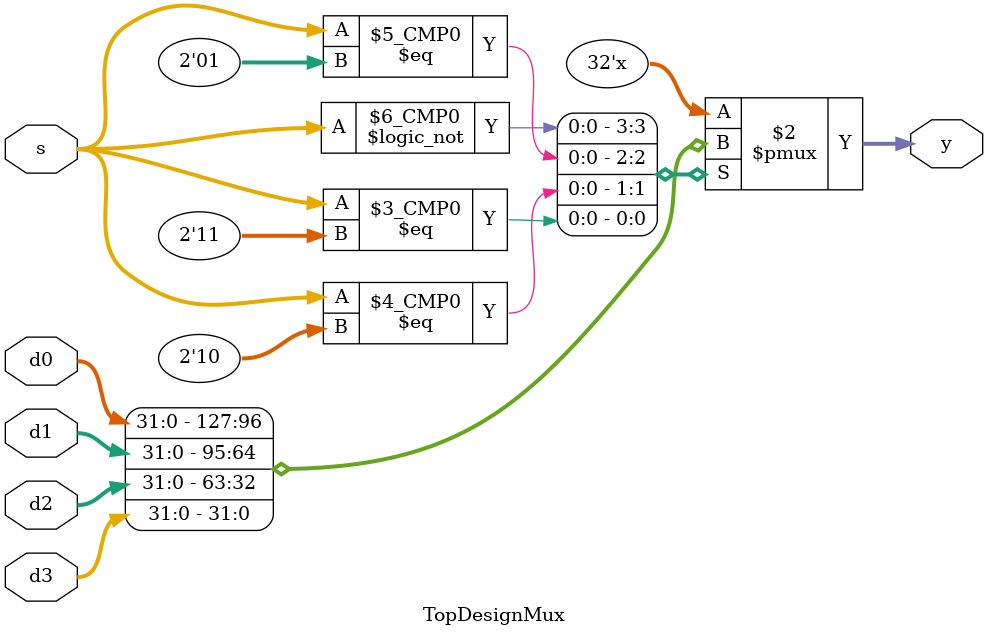
<source format=v>
`timescale 1ns / 1ps
module TopDesignMux #(parameter WIDTH = 32) (
      input   [1:0]         s, 
      input   [WIDTH-1:0]  d0, 
      input   [WIDTH-1:0]  d1, 
      input   [WIDTH-1:0]  d2, 
      input   [WIDTH-1:0]  d3, 
      output reg [WIDTH-1:0]  y 
      );
 always@(*)
 begin
     case(s)
         2'b00:y <= d0;
         2'b01:y <= d1;
         2'b10:y <= d2;
         2'b11:y <= d3;
     endcase
 end
 endmodule


</source>
